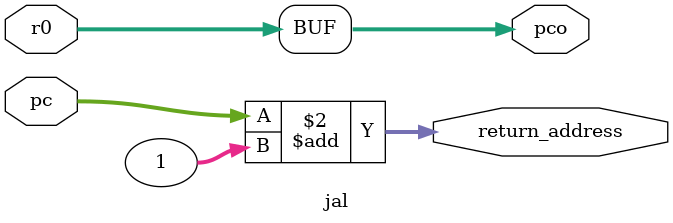
<source format=v>
module jal(r0,pc,pco,return_address);
input [31:0] r0,pc;
output reg [31:0]return_address;
output reg [31:0] pco;

always @* begin
return_address=pc+1;
pco= r0;
end

endmodule
</source>
